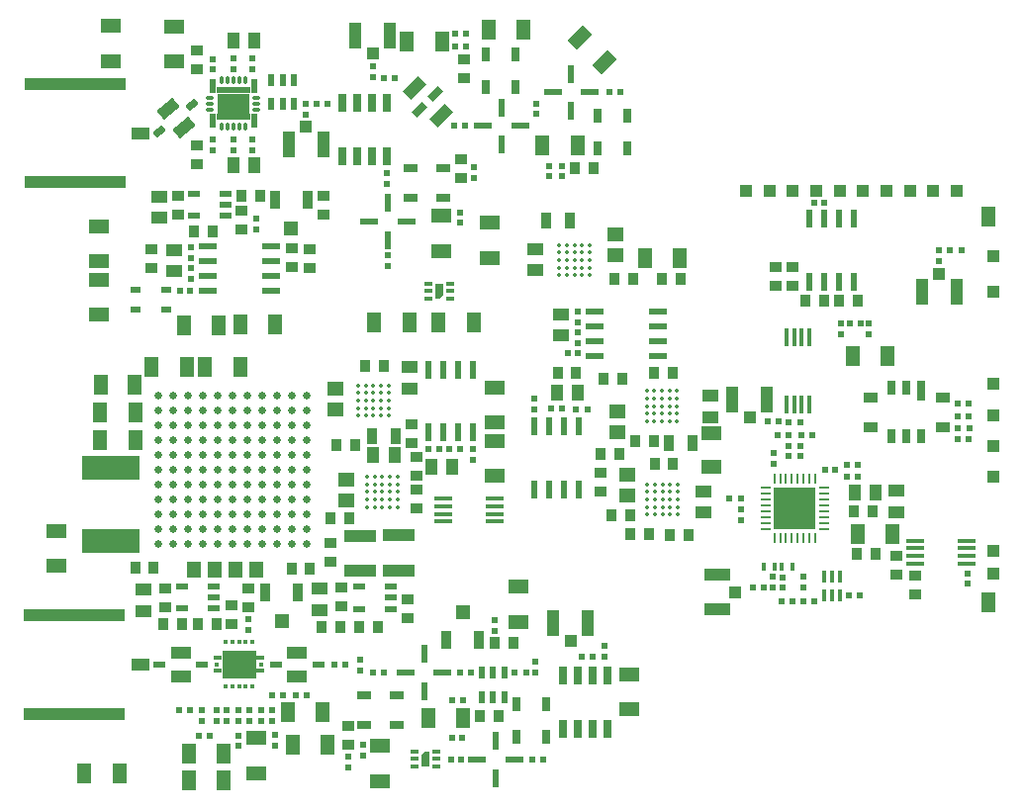
<source format=gtp>
G04*
G04 #@! TF.GenerationSoftware,Altium Limited,Altium Designer,19.0.15 (446)*
G04*
G04 Layer_Color=8421504*
%FSLAX25Y25*%
%MOIN*%
G70*
G01*
G75*
%ADD10R,0.03543X0.03937*%
%ADD11R,0.03937X0.03543*%
%ADD12R,0.02441X0.02284*%
%ADD13R,0.02284X0.02441*%
%ADD14R,0.03740X0.03937*%
%ADD15R,0.04528X0.05709*%
%ADD16R,0.02441X0.02441*%
%ADD17R,0.04134X0.05512*%
%ADD18R,0.03937X0.03937*%
%ADD19R,0.33858X0.04331*%
%ADD20R,0.05906X0.03937*%
%ADD21R,0.02402X0.06102*%
%ADD22R,0.06102X0.02402*%
%ADD23R,0.01417X0.02598*%
%ADD24O,0.00984X0.03347*%
%ADD25R,0.04528X0.07087*%
%ADD26R,0.07087X0.04528*%
G04:AMPARAMS|DCode=27|XSize=45.28mil|YSize=70.87mil|CornerRadius=0mil|HoleSize=0mil|Usage=FLASHONLY|Rotation=135.000|XOffset=0mil|YOffset=0mil|HoleType=Round|Shape=Rectangle|*
%AMROTATEDRECTD27*
4,1,4,0.04106,0.00905,-0.00905,-0.04106,-0.04106,-0.00905,0.00905,0.04106,0.04106,0.00905,0.0*
%
%ADD27ROTATEDRECTD27*%

%ADD28C,0.01378*%
%ADD29R,0.05709X0.04528*%
%ADD30R,0.04331X0.05709*%
%ADD31R,0.05709X0.04331*%
%ADD32R,0.11614X0.09386*%
%ADD33R,0.01181X0.01772*%
%ADD34R,0.02657X0.01181*%
%ADD35R,0.01772X0.01181*%
%ADD36R,0.04528X0.07087*%
%ADD37R,0.02441X0.02441*%
%ADD38R,0.02992X0.05000*%
G04:AMPARAMS|DCode=39|XSize=24.02mil|YSize=49.02mil|CornerRadius=0mil|HoleSize=0mil|Usage=FLASHONLY|Rotation=315.000|XOffset=0mil|YOffset=0mil|HoleType=Round|Shape=Rectangle|*
%AMROTATEDRECTD39*
4,1,4,-0.02582,-0.00884,0.00884,0.02582,0.02582,0.00884,-0.00884,-0.02582,-0.02582,-0.00884,0.0*
%
%ADD39ROTATEDRECTD39*%

G04:AMPARAMS|DCode=40|XSize=40.95mil|YSize=70.87mil|CornerRadius=0mil|HoleSize=0mil|Usage=FLASHONLY|Rotation=315.000|XOffset=0mil|YOffset=0mil|HoleType=Round|Shape=Rectangle|*
%AMROTATEDRECTD40*
4,1,4,-0.03953,-0.01058,0.01058,0.03953,0.03953,0.01058,-0.01058,-0.03953,-0.03953,-0.01058,0.0*
%
%ADD40ROTATEDRECTD40*%

%ADD41R,0.03937X0.03740*%
%ADD42R,0.11024X0.04331*%
%ADD43R,0.07087X0.04528*%
%ADD44R,0.05000X0.02992*%
%ADD45R,0.03740X0.05512*%
%ADD46R,0.05906X0.01772*%
%ADD47R,0.02362X0.06102*%
%ADD48O,0.03347X0.00984*%
%ADD49R,0.14370X0.14370*%
%ADD50C,0.02559*%
%ADD51R,0.19685X0.07874*%
%ADD52R,0.03543X0.01968*%
%ADD53R,0.02402X0.04213*%
%ADD54R,0.02992X0.05984*%
%ADD55R,0.01772X0.05906*%
%ADD56R,0.04331X0.02165*%
%ADD57R,0.01339X0.03937*%
%ADD58R,0.03150X0.01181*%
%ADD59R,0.02559X0.03740*%
%ADD60R,0.00591X0.00591*%
%ADD61R,0.01378X0.01181*%
%ADD62R,0.02114X0.04528*%
%ADD63R,0.11717X0.01870*%
%ADD64O,0.03150X0.01181*%
%ADD65O,0.01181X0.03150*%
%ADD66R,0.10630X0.06890*%
%ADD67R,0.05118X0.03740*%
%ADD68R,0.02953X0.05118*%
%ADD69R,0.02953X0.07087*%
%ADD70R,0.05118X0.05118*%
%ADD71R,0.03543X0.06299*%
%ADD72R,0.06890X0.03898*%
%ADD73R,0.03898X0.02402*%
%ADD74R,0.06102X0.02362*%
%ADD75R,0.04134X0.08661*%
%ADD76R,0.03937X0.04134*%
G04:AMPARAMS|DCode=77|XSize=68.9mil|YSize=38.98mil|CornerRadius=0mil|HoleSize=0mil|Usage=FLASHONLY|Rotation=40.000|XOffset=0mil|YOffset=0mil|HoleType=Round|Shape=Rectangle|*
%AMROTATEDRECTD77*
4,1,4,-0.01386,-0.03707,-0.03892,-0.00721,0.01386,0.03707,0.03892,0.00721,-0.01386,-0.03707,0.0*
%
%ADD77ROTATEDRECTD77*%

G04:AMPARAMS|DCode=78|XSize=38.98mil|YSize=24.02mil|CornerRadius=0mil|HoleSize=0mil|Usage=FLASHONLY|Rotation=40.000|XOffset=0mil|YOffset=0mil|HoleType=Round|Shape=Rectangle|*
%AMROTATEDRECTD78*
4,1,4,-0.00721,-0.02173,-0.02265,-0.00333,0.00721,0.02173,0.02265,0.00333,-0.00721,-0.02173,0.0*
%
%ADD78ROTATEDRECTD78*%

%ADD79R,0.08661X0.04134*%
%ADD80R,0.04134X0.03937*%
%ADD81R,0.03937X0.03937*%
%ADD82R,0.05512X0.04134*%
G36*
X137894Y14370D02*
X135335D01*
Y18110D01*
X136516Y19291D01*
X137894D01*
Y14370D01*
D02*
G37*
G36*
X142520Y173228D02*
X141339Y172047D01*
X139961D01*
Y176969D01*
X142520D01*
Y173228D01*
D02*
G37*
D10*
X106496Y122736D02*
D03*
X112795D02*
D03*
X122540Y149311D02*
D03*
X116241D02*
D03*
X161122Y31102D02*
D03*
X154823D02*
D03*
X181097Y147024D02*
D03*
X187396D02*
D03*
X218898Y92334D02*
D03*
X225197D02*
D03*
X220079Y116425D02*
D03*
X213779D02*
D03*
X205750Y92618D02*
D03*
X212049D02*
D03*
X199193Y98819D02*
D03*
X205492D02*
D03*
X111024Y98032D02*
D03*
X104724D02*
D03*
X193110Y215945D02*
D03*
X186811D02*
D03*
X206693Y178543D02*
D03*
X200394D02*
D03*
X219965Y147047D02*
D03*
X213666D02*
D03*
X264567Y171260D02*
D03*
X270866D02*
D03*
X282283D02*
D03*
X275984D02*
D03*
X207283Y124016D02*
D03*
X213583D02*
D03*
X195669Y119685D02*
D03*
X201969D02*
D03*
X80807Y206496D02*
D03*
X74508D02*
D03*
X107944Y61140D02*
D03*
X101645D02*
D03*
X120509D02*
D03*
X114210D02*
D03*
X166339Y55807D02*
D03*
X160039D02*
D03*
X196725Y144980D02*
D03*
X203024D02*
D03*
X66131Y62205D02*
D03*
X59832D02*
D03*
X288296Y85913D02*
D03*
X281996D02*
D03*
X281022Y100337D02*
D03*
X287321D02*
D03*
D11*
X131988Y129626D02*
D03*
Y123327D02*
D03*
X76870Y67913D02*
D03*
Y74213D02*
D03*
X133688Y101279D02*
D03*
Y107579D02*
D03*
X133661Y112259D02*
D03*
Y118559D02*
D03*
X110630Y27854D02*
D03*
Y21555D02*
D03*
X195571Y113189D02*
D03*
Y106890D02*
D03*
X44193Y182382D02*
D03*
Y188681D02*
D03*
X301573Y78458D02*
D03*
Y72159D02*
D03*
X295360Y78922D02*
D03*
Y85221D02*
D03*
X91528Y182496D02*
D03*
Y188795D02*
D03*
X48917Y68012D02*
D03*
Y74311D02*
D03*
X148622Y218898D02*
D03*
Y212598D02*
D03*
X260182Y176279D02*
D03*
Y182579D02*
D03*
X254528Y182579D02*
D03*
Y176279D02*
D03*
X102165Y206594D02*
D03*
Y200295D02*
D03*
X53150Y200394D02*
D03*
Y206693D02*
D03*
X149442Y246337D02*
D03*
Y252636D02*
D03*
X59547Y255610D02*
D03*
Y249311D02*
D03*
X59571Y217351D02*
D03*
Y223650D02*
D03*
D12*
X242815Y97264D02*
D03*
Y100965D02*
D03*
X71949Y253031D02*
D03*
Y249331D02*
D03*
X71816Y221772D02*
D03*
Y225472D02*
D03*
X159941Y59961D02*
D03*
Y63661D02*
D03*
X57469Y182260D02*
D03*
Y178559D02*
D03*
X187992Y163898D02*
D03*
Y167598D02*
D03*
Y156929D02*
D03*
Y160630D02*
D03*
X57469Y185646D02*
D03*
Y189346D02*
D03*
X114567Y46575D02*
D03*
Y50276D02*
D03*
X76772Y60256D02*
D03*
Y63957D02*
D03*
X173622Y49488D02*
D03*
Y45787D02*
D03*
X85020Y29531D02*
D03*
Y33232D02*
D03*
X77348Y29531D02*
D03*
Y33232D02*
D03*
X81184Y29531D02*
D03*
Y33232D02*
D03*
X69676Y29531D02*
D03*
Y33232D02*
D03*
X73512Y29531D02*
D03*
Y33232D02*
D03*
X66394Y29531D02*
D03*
Y33232D02*
D03*
X61211Y29531D02*
D03*
Y33232D02*
D03*
X79626Y199094D02*
D03*
Y195394D02*
D03*
X196949Y51398D02*
D03*
Y55098D02*
D03*
X309744Y184665D02*
D03*
Y188366D02*
D03*
X118799Y250197D02*
D03*
Y246496D02*
D03*
X96382Y233808D02*
D03*
Y237509D02*
D03*
X286002Y159871D02*
D03*
Y163572D02*
D03*
X276488Y159915D02*
D03*
Y163615D02*
D03*
D13*
X239094Y104528D02*
D03*
X242795D02*
D03*
X144606Y121161D02*
D03*
X148307D02*
D03*
X187416Y134664D02*
D03*
X191116D02*
D03*
X179055Y134780D02*
D03*
X182756D02*
D03*
X141220Y121161D02*
D03*
X137520D02*
D03*
X251881Y130500D02*
D03*
X255582D02*
D03*
X259035Y125984D02*
D03*
X255335D02*
D03*
X250571Y74606D02*
D03*
X246870D02*
D03*
X263209Y125984D02*
D03*
X266910D02*
D03*
X170453Y45866D02*
D03*
X166752D02*
D03*
X88760Y38386D02*
D03*
X85059D02*
D03*
X189291Y51378D02*
D03*
X192992D02*
D03*
X105827Y48622D02*
D03*
X109528D02*
D03*
X313405Y188386D02*
D03*
X317106D02*
D03*
X122518Y246346D02*
D03*
X126219D02*
D03*
X99847Y237509D02*
D03*
X103548D02*
D03*
X263898Y70079D02*
D03*
X267598D02*
D03*
X256614D02*
D03*
X260315D02*
D03*
X282951Y71963D02*
D03*
X279251D02*
D03*
X262776Y130413D02*
D03*
X259075D02*
D03*
X279461Y163572D02*
D03*
X283162D02*
D03*
X316094Y128141D02*
D03*
X319795D02*
D03*
X319716Y124499D02*
D03*
X316015D02*
D03*
D14*
X38780Y81398D02*
D03*
X45079D02*
D03*
X97736Y80905D02*
D03*
X91437D02*
D03*
X216240Y178642D02*
D03*
X222539D02*
D03*
X48219Y62205D02*
D03*
X54518D02*
D03*
X64764Y194685D02*
D03*
X58465D02*
D03*
D15*
X79528Y80709D02*
D03*
X72441D02*
D03*
X58661D02*
D03*
X65748D02*
D03*
D16*
X257087Y78051D02*
D03*
Y74508D02*
D03*
X78347Y221949D02*
D03*
Y225492D02*
D03*
X78248Y252854D02*
D03*
Y249311D02*
D03*
X65059Y222047D02*
D03*
Y225590D02*
D03*
Y252756D02*
D03*
Y249213D02*
D03*
X173996Y234154D02*
D03*
Y237697D02*
D03*
X123721Y210630D02*
D03*
Y214173D02*
D03*
X110635Y14075D02*
D03*
Y17618D02*
D03*
X115453Y17913D02*
D03*
Y21457D02*
D03*
X152461Y117717D02*
D03*
Y121260D02*
D03*
X319097Y75845D02*
D03*
Y79388D02*
D03*
X173223Y134622D02*
D03*
Y138165D02*
D03*
X253642Y74606D02*
D03*
X263878D02*
D03*
X258957Y118799D02*
D03*
Y122343D02*
D03*
X253642Y78150D02*
D03*
X263878D02*
D03*
X253955Y116425D02*
D03*
Y119968D02*
D03*
X263090Y118799D02*
D03*
Y122343D02*
D03*
X178417Y213170D02*
D03*
Y216713D02*
D03*
X182480Y213189D02*
D03*
Y216732D02*
D03*
X153051Y216142D02*
D03*
Y212598D02*
D03*
X148302Y197441D02*
D03*
Y200984D02*
D03*
X86024Y21358D02*
D03*
Y24902D02*
D03*
X73517Y21220D02*
D03*
Y24764D02*
D03*
X123951Y183071D02*
D03*
Y186614D02*
D03*
D17*
X71850Y216831D02*
D03*
X78937D02*
D03*
X71879Y259031D02*
D03*
X78965D02*
D03*
X281205Y106662D02*
D03*
X288292D02*
D03*
D18*
X328000Y186221D02*
D03*
Y132693D02*
D03*
Y122152D02*
D03*
Y174409D02*
D03*
Y111824D02*
D03*
Y87028D02*
D03*
Y143104D02*
D03*
Y79134D02*
D03*
D19*
X18406Y65158D02*
D03*
Y32087D02*
D03*
X18504Y244291D02*
D03*
Y211221D02*
D03*
D20*
X40650Y48622D02*
D03*
X40748Y227756D02*
D03*
D21*
X162205Y236417D02*
D03*
Y223937D02*
D03*
X160197Y22874D02*
D03*
Y10394D02*
D03*
X136122Y39626D02*
D03*
Y52106D02*
D03*
X185759Y247744D02*
D03*
Y235263D02*
D03*
X123920Y204119D02*
D03*
Y191638D02*
D03*
D22*
X168445Y230177D02*
D03*
X155965D02*
D03*
X166437Y16634D02*
D03*
X153957D02*
D03*
X129882Y45866D02*
D03*
X142362D02*
D03*
X191999Y241504D02*
D03*
X179519D02*
D03*
X117680Y197878D02*
D03*
X130160D02*
D03*
D23*
X254251Y81608D02*
D03*
X256436Y81608D02*
D03*
X250432Y81608D02*
D03*
X260255Y81608D02*
D03*
D24*
X258091Y91326D02*
D03*
X260059D02*
D03*
X262028Y111208D02*
D03*
X260059D02*
D03*
X254154Y91326D02*
D03*
X256122D02*
D03*
X262028D02*
D03*
X263996D02*
D03*
X265965D02*
D03*
X267933D02*
D03*
Y111208D02*
D03*
X265965D02*
D03*
X263996D02*
D03*
X258091D02*
D03*
X256122D02*
D03*
X254154D02*
D03*
D25*
X280512Y152559D02*
D03*
X292323D02*
D03*
X142126Y258563D02*
D03*
X130315D02*
D03*
X66929Y163091D02*
D03*
X55118D02*
D03*
X119291Y163976D02*
D03*
X131102D02*
D03*
X56890Y9646D02*
D03*
X68701D02*
D03*
X33563Y11909D02*
D03*
X21752D02*
D03*
X103642Y21752D02*
D03*
X91831D02*
D03*
X85925Y163189D02*
D03*
X74114D02*
D03*
X152854Y163976D02*
D03*
X141043D02*
D03*
X326181Y199508D02*
D03*
X222100Y185433D02*
D03*
X210682D02*
D03*
X27165Y143012D02*
D03*
X38583D02*
D03*
X102067Y32579D02*
D03*
X90256D02*
D03*
X56890Y18701D02*
D03*
X68701D02*
D03*
X326181Y69587D02*
D03*
X282214Y92483D02*
D03*
X294025D02*
D03*
D26*
X158268Y185674D02*
D03*
Y197485D02*
D03*
X167815Y62992D02*
D03*
Y74803D02*
D03*
X159961Y112205D02*
D03*
Y124016D02*
D03*
X12303Y81890D02*
D03*
Y93701D02*
D03*
X26575Y178347D02*
D03*
Y166535D02*
D03*
X51772Y251772D02*
D03*
Y263583D02*
D03*
X30512Y252067D02*
D03*
Y263878D02*
D03*
X159941Y130217D02*
D03*
Y142028D02*
D03*
X233071Y115157D02*
D03*
Y126575D02*
D03*
X205413Y33563D02*
D03*
Y45374D02*
D03*
X26476Y184449D02*
D03*
Y196260D02*
D03*
X79528Y12008D02*
D03*
Y23819D02*
D03*
D27*
X196991Y251631D02*
D03*
X188639Y259983D02*
D03*
D28*
X116929Y101673D02*
D03*
Y104232D02*
D03*
Y106791D02*
D03*
Y109350D02*
D03*
Y111909D02*
D03*
X119488Y101673D02*
D03*
Y104232D02*
D03*
Y106791D02*
D03*
Y109350D02*
D03*
Y111909D02*
D03*
X122047Y101673D02*
D03*
Y104232D02*
D03*
Y106791D02*
D03*
Y109350D02*
D03*
Y111909D02*
D03*
X124606Y101673D02*
D03*
Y104232D02*
D03*
Y106791D02*
D03*
Y109350D02*
D03*
Y111909D02*
D03*
X127165Y101673D02*
D03*
Y104232D02*
D03*
Y106791D02*
D03*
Y109350D02*
D03*
Y111909D02*
D03*
X113878Y132492D02*
D03*
Y135051D02*
D03*
Y137610D02*
D03*
Y140169D02*
D03*
Y142728D02*
D03*
X116437Y132492D02*
D03*
Y135051D02*
D03*
Y137610D02*
D03*
Y140169D02*
D03*
Y142728D02*
D03*
X118996Y132492D02*
D03*
Y135051D02*
D03*
Y137610D02*
D03*
Y140169D02*
D03*
Y142728D02*
D03*
X121555Y132492D02*
D03*
Y135051D02*
D03*
Y137610D02*
D03*
Y140169D02*
D03*
Y142728D02*
D03*
X124114Y132492D02*
D03*
Y135051D02*
D03*
Y137610D02*
D03*
Y140169D02*
D03*
Y142728D02*
D03*
X221548Y109408D02*
D03*
Y106849D02*
D03*
Y104290D02*
D03*
Y101731D02*
D03*
Y99172D02*
D03*
X218989Y109408D02*
D03*
Y106849D02*
D03*
Y104290D02*
D03*
Y101731D02*
D03*
Y99172D02*
D03*
X216430Y109408D02*
D03*
Y106849D02*
D03*
Y104290D02*
D03*
Y101731D02*
D03*
Y99172D02*
D03*
X213871Y109408D02*
D03*
Y106849D02*
D03*
Y104290D02*
D03*
Y101731D02*
D03*
Y99172D02*
D03*
X211312Y109408D02*
D03*
Y106849D02*
D03*
Y104290D02*
D03*
Y101731D02*
D03*
Y99172D02*
D03*
X191938Y190052D02*
D03*
Y187493D02*
D03*
Y184934D02*
D03*
Y182375D02*
D03*
Y179816D02*
D03*
X189379Y190052D02*
D03*
Y187493D02*
D03*
Y184934D02*
D03*
Y182375D02*
D03*
Y179816D02*
D03*
X186820Y190052D02*
D03*
Y187493D02*
D03*
Y184934D02*
D03*
Y182375D02*
D03*
Y179816D02*
D03*
X184261Y190052D02*
D03*
Y187493D02*
D03*
Y184934D02*
D03*
Y182375D02*
D03*
Y179816D02*
D03*
X181702Y190052D02*
D03*
Y187493D02*
D03*
Y184934D02*
D03*
Y182375D02*
D03*
Y179816D02*
D03*
X211116Y130629D02*
D03*
Y133188D02*
D03*
Y135747D02*
D03*
Y138306D02*
D03*
Y140865D02*
D03*
X213675Y130629D02*
D03*
Y133188D02*
D03*
Y135747D02*
D03*
Y138306D02*
D03*
Y140865D02*
D03*
X216234Y130629D02*
D03*
Y133188D02*
D03*
Y135747D02*
D03*
Y138306D02*
D03*
Y140865D02*
D03*
X218794Y130629D02*
D03*
Y133188D02*
D03*
Y135747D02*
D03*
Y138306D02*
D03*
Y140865D02*
D03*
X221353Y130629D02*
D03*
Y133188D02*
D03*
Y135747D02*
D03*
Y138306D02*
D03*
Y140865D02*
D03*
D29*
X109930Y103821D02*
D03*
Y110907D02*
D03*
X106201Y141709D02*
D03*
Y134622D02*
D03*
X204429Y105610D02*
D03*
Y112697D02*
D03*
X200570Y193595D02*
D03*
Y186509D02*
D03*
X201234Y126969D02*
D03*
Y134055D02*
D03*
D30*
X126181Y119193D02*
D03*
X119095D02*
D03*
X138583Y115354D02*
D03*
X145669D02*
D03*
X181004Y140354D02*
D03*
X188091D02*
D03*
D31*
X131102Y148819D02*
D03*
Y141732D02*
D03*
X173622Y188583D02*
D03*
Y181496D02*
D03*
X182283Y159449D02*
D03*
Y166535D02*
D03*
X51863Y181197D02*
D03*
Y188283D02*
D03*
X41634Y73819D02*
D03*
Y66732D02*
D03*
X230406Y106947D02*
D03*
Y99861D02*
D03*
X232434Y139173D02*
D03*
Y132087D02*
D03*
X46949Y206299D02*
D03*
Y199213D02*
D03*
X100984Y74114D02*
D03*
Y67028D02*
D03*
D32*
X73812Y48728D02*
D03*
D33*
X78269Y56306D02*
D03*
X76040D02*
D03*
X73812D02*
D03*
X71584D02*
D03*
X69355D02*
D03*
Y41149D02*
D03*
X71584D02*
D03*
X73812D02*
D03*
X76040D02*
D03*
X78269D02*
D03*
D34*
X80948Y50794D02*
D03*
Y46661D02*
D03*
X66676Y50794D02*
D03*
Y46661D02*
D03*
D35*
X81391Y48728D02*
D03*
X66233D02*
D03*
D36*
X137500Y30492D02*
D03*
X149311D02*
D03*
X44390Y148917D02*
D03*
X56201D02*
D03*
X38878Y133599D02*
D03*
X27067D02*
D03*
X62402Y148917D02*
D03*
X74213D02*
D03*
X38878Y124311D02*
D03*
X27067D02*
D03*
X175984Y223721D02*
D03*
X187795D02*
D03*
X169685Y262594D02*
D03*
X157874D02*
D03*
D37*
X145473Y23819D02*
D03*
X149016D02*
D03*
X145669Y36516D02*
D03*
X149213D02*
D03*
X172736Y16634D02*
D03*
X176279D02*
D03*
X145177Y16732D02*
D03*
X148721D02*
D03*
X198622Y241504D02*
D03*
X202165D02*
D03*
X122441Y45866D02*
D03*
X118898D02*
D03*
X151870D02*
D03*
X148327D02*
D03*
X187992Y153543D02*
D03*
X184449D02*
D03*
X57356Y174494D02*
D03*
X53813D02*
D03*
X315989Y136476D02*
D03*
X319533D02*
D03*
X315991Y132395D02*
D03*
X319535D02*
D03*
X271121Y114161D02*
D03*
X274664D02*
D03*
X278670Y115836D02*
D03*
X282214D02*
D03*
X278670Y111875D02*
D03*
X282214D02*
D03*
X271063Y204134D02*
D03*
X267520D02*
D03*
X96555Y38386D02*
D03*
X93012D02*
D03*
X53642Y33169D02*
D03*
X57185D02*
D03*
X60328Y24606D02*
D03*
X63871D02*
D03*
X146260Y230217D02*
D03*
X149803D02*
D03*
X146686Y261297D02*
D03*
X150229D02*
D03*
X146686Y256967D02*
D03*
X150229D02*
D03*
D38*
X167244Y35311D02*
D03*
Y24327D02*
D03*
X177244Y35319D02*
D03*
Y24335D02*
D03*
X204508Y222661D02*
D03*
Y233646D02*
D03*
X194508Y222654D02*
D03*
Y233638D02*
D03*
X156867Y254257D02*
D03*
Y243272D02*
D03*
X166867Y254264D02*
D03*
Y243280D02*
D03*
D39*
X134721Y235705D02*
D03*
X139885Y240869D02*
D03*
D40*
X141827Y233764D02*
D03*
X132780Y242811D02*
D03*
D41*
X104429Y89567D02*
D03*
Y83268D02*
D03*
X97532Y188677D02*
D03*
Y182378D02*
D03*
X74606Y195374D02*
D03*
Y201673D02*
D03*
X108169Y74508D02*
D03*
Y68209D02*
D03*
X130709Y64173D02*
D03*
Y70473D02*
D03*
X71161Y68504D02*
D03*
Y62205D02*
D03*
D42*
X114472Y92028D02*
D03*
Y80216D02*
D03*
X127657Y92126D02*
D03*
Y80315D02*
D03*
D43*
X121161Y9350D02*
D03*
Y21161D02*
D03*
X141827Y187989D02*
D03*
Y199800D02*
D03*
D44*
X115953Y28287D02*
D03*
X126937D02*
D03*
X115945Y38287D02*
D03*
X126929D02*
D03*
X142703Y215969D02*
D03*
X131719D02*
D03*
X142711Y205969D02*
D03*
X131727D02*
D03*
D45*
X126575Y125689D02*
D03*
X118701D02*
D03*
X218655Y123327D02*
D03*
X226529D02*
D03*
X177264Y198425D02*
D03*
X185138D02*
D03*
D46*
X142717Y96850D02*
D03*
Y99410D02*
D03*
Y101969D02*
D03*
Y104528D02*
D03*
X160039D02*
D03*
Y101969D02*
D03*
Y99410D02*
D03*
Y96850D02*
D03*
X319053Y82675D02*
D03*
Y85234D02*
D03*
Y87793D02*
D03*
Y90352D02*
D03*
X301730D02*
D03*
Y87793D02*
D03*
Y85234D02*
D03*
Y82675D02*
D03*
D47*
X137480Y126772D02*
D03*
X142480D02*
D03*
X147480D02*
D03*
X152480D02*
D03*
X137480Y148031D02*
D03*
X142480D02*
D03*
X147480D02*
D03*
X152480D02*
D03*
X173203Y107713D02*
D03*
X178203D02*
D03*
X183203D02*
D03*
X188203D02*
D03*
X173203Y128972D02*
D03*
X178203D02*
D03*
X183203D02*
D03*
X188203D02*
D03*
X280925Y198917D02*
D03*
X275925D02*
D03*
X270925D02*
D03*
X265925D02*
D03*
X280925Y177657D02*
D03*
X275925D02*
D03*
X270925D02*
D03*
X265925D02*
D03*
D48*
X251102Y108157D02*
D03*
Y106189D02*
D03*
Y104220D02*
D03*
Y102252D02*
D03*
Y100283D02*
D03*
Y98315D02*
D03*
Y96346D02*
D03*
Y94378D02*
D03*
X270984D02*
D03*
Y96346D02*
D03*
Y98315D02*
D03*
Y100283D02*
D03*
Y102252D02*
D03*
Y104220D02*
D03*
Y106189D02*
D03*
Y108157D02*
D03*
D49*
X261043Y101267D02*
D03*
D50*
X96476Y89291D02*
D03*
X91476D02*
D03*
X86476D02*
D03*
X81476D02*
D03*
X76476D02*
D03*
X71476D02*
D03*
X66476D02*
D03*
X61476D02*
D03*
X56476D02*
D03*
X51476D02*
D03*
X46476D02*
D03*
X96476Y94291D02*
D03*
X91476D02*
D03*
X86476D02*
D03*
X81476D02*
D03*
X76476D02*
D03*
X71476D02*
D03*
X66476D02*
D03*
X61476D02*
D03*
X56476D02*
D03*
X51476D02*
D03*
X46476D02*
D03*
X96476Y99291D02*
D03*
X91476D02*
D03*
X86476D02*
D03*
X81476D02*
D03*
X76476D02*
D03*
X71476D02*
D03*
X66476D02*
D03*
X61476D02*
D03*
X56476D02*
D03*
X51476D02*
D03*
X46476D02*
D03*
X96476Y104291D02*
D03*
X91476D02*
D03*
X86476D02*
D03*
X81476D02*
D03*
X76476D02*
D03*
X71476D02*
D03*
X66476D02*
D03*
X61476D02*
D03*
X56476D02*
D03*
X51476D02*
D03*
X46476D02*
D03*
X96476Y109291D02*
D03*
X91476D02*
D03*
X86476D02*
D03*
X81476D02*
D03*
X76476D02*
D03*
X71476D02*
D03*
X66476D02*
D03*
X61476D02*
D03*
X56476D02*
D03*
X51476D02*
D03*
X46476D02*
D03*
X96476Y114291D02*
D03*
X91476D02*
D03*
X86476D02*
D03*
X81476D02*
D03*
X76476D02*
D03*
X71476D02*
D03*
X66476D02*
D03*
X61476D02*
D03*
X56476D02*
D03*
X51476D02*
D03*
X46476D02*
D03*
X96476Y119291D02*
D03*
X91476D02*
D03*
X86476D02*
D03*
X81476D02*
D03*
X76476D02*
D03*
X71476D02*
D03*
X66476D02*
D03*
X61476D02*
D03*
X56476D02*
D03*
X51476D02*
D03*
X46476D02*
D03*
X96476Y124291D02*
D03*
X91476D02*
D03*
X86476D02*
D03*
X81476D02*
D03*
X76476D02*
D03*
X71476D02*
D03*
X66476D02*
D03*
X61476D02*
D03*
X56476D02*
D03*
X51476D02*
D03*
X46476D02*
D03*
X96476Y129291D02*
D03*
X91476D02*
D03*
X86476D02*
D03*
X81476D02*
D03*
X76476D02*
D03*
X71476D02*
D03*
X66476D02*
D03*
X61476D02*
D03*
X56476D02*
D03*
X51476D02*
D03*
X46476D02*
D03*
X96476Y134291D02*
D03*
X91476D02*
D03*
X86476D02*
D03*
X81476D02*
D03*
X76476D02*
D03*
X71476D02*
D03*
X66476D02*
D03*
X61476D02*
D03*
X56476D02*
D03*
X51476D02*
D03*
X46476D02*
D03*
X96476Y139291D02*
D03*
X91476D02*
D03*
X86476D02*
D03*
X81476D02*
D03*
X76476D02*
D03*
X71476D02*
D03*
X66476D02*
D03*
X61476D02*
D03*
X56476D02*
D03*
X51476D02*
D03*
X46476D02*
D03*
D51*
X30708Y114961D02*
D03*
Y90158D02*
D03*
D52*
X49114Y168209D02*
D03*
X38878D02*
D03*
X49114Y175061D02*
D03*
X38878D02*
D03*
D53*
X84611Y245698D02*
D03*
X88508D02*
D03*
X92406D02*
D03*
Y237627D02*
D03*
X88508D02*
D03*
X84611D02*
D03*
X163248Y45768D02*
D03*
X159350D02*
D03*
X155453D02*
D03*
Y37697D02*
D03*
X159350D02*
D03*
X163248D02*
D03*
D54*
X113567Y220048D02*
D03*
X108568D02*
D03*
Y237882D02*
D03*
X113567D02*
D03*
X118568D02*
D03*
X123567D02*
D03*
X118568Y220048D02*
D03*
X123567D02*
D03*
X197992Y27067D02*
D03*
X192992D02*
D03*
X197992Y44902D02*
D03*
X192992D02*
D03*
X187992D02*
D03*
X182992D02*
D03*
Y27067D02*
D03*
X187992D02*
D03*
D55*
X258268Y136221D02*
D03*
X260827D02*
D03*
X263386D02*
D03*
X265945D02*
D03*
Y159055D02*
D03*
X263386D02*
D03*
X260827D02*
D03*
X258268D02*
D03*
D56*
X124902Y67421D02*
D03*
Y71161D02*
D03*
Y74902D02*
D03*
X114272D02*
D03*
Y67421D02*
D03*
X58563Y199902D02*
D03*
Y207382D02*
D03*
X69193D02*
D03*
Y203642D02*
D03*
Y199902D02*
D03*
X54528Y67520D02*
D03*
Y75000D02*
D03*
X65158D02*
D03*
Y71260D02*
D03*
Y67520D02*
D03*
D57*
X270963Y78262D02*
D03*
X273562D02*
D03*
X270963Y71963D02*
D03*
X273562D02*
D03*
X276160D02*
D03*
Y78262D02*
D03*
D58*
X140354Y19390D02*
D03*
Y16831D02*
D03*
Y14272D02*
D03*
X132874D02*
D03*
Y16831D02*
D03*
Y19390D02*
D03*
X144980Y171949D02*
D03*
Y174508D02*
D03*
Y177067D02*
D03*
X137500D02*
D03*
Y174508D02*
D03*
Y171949D02*
D03*
D59*
X136614Y16240D02*
D03*
X141240Y175098D02*
D03*
D60*
X136221Y18406D02*
D03*
X141634Y172933D02*
D03*
D61*
X137205Y18701D02*
D03*
X140650Y172638D02*
D03*
D62*
X64959Y232017D02*
D03*
X78790D02*
D03*
Y243434D02*
D03*
X64959D02*
D03*
D63*
X71875Y233345D02*
D03*
Y242105D02*
D03*
D64*
X64001Y239694D02*
D03*
Y237725D02*
D03*
Y235757D02*
D03*
X79749Y235757D02*
D03*
Y237725D02*
D03*
Y239694D02*
D03*
D65*
X67938Y229851D02*
D03*
X69906D02*
D03*
X71875D02*
D03*
X73843D02*
D03*
X75812D02*
D03*
Y245599D02*
D03*
X73843D02*
D03*
X71875D02*
D03*
X69906D02*
D03*
X67938D02*
D03*
D66*
X71875Y237725D02*
D03*
D67*
X286601Y128602D02*
D03*
Y138602D02*
D03*
X310814D02*
D03*
Y128602D02*
D03*
D68*
X303708Y125433D02*
D03*
X298708D02*
D03*
X293708D02*
D03*
Y141771D02*
D03*
X298708D02*
D03*
D69*
X303708Y140787D02*
D03*
D70*
X149213Y66358D02*
D03*
X91339Y195709D02*
D03*
X88189Y63327D02*
D03*
D71*
X154724Y56791D02*
D03*
X143701D02*
D03*
X96850Y205276D02*
D03*
X85827D02*
D03*
X93701Y72894D02*
D03*
X82677D02*
D03*
D72*
X54127Y52625D02*
D03*
Y44633D02*
D03*
X93405Y52625D02*
D03*
Y44633D02*
D03*
D73*
X46981Y48629D02*
D03*
X61273D02*
D03*
X86260D02*
D03*
X100551D02*
D03*
D74*
X63223Y189494D02*
D03*
Y184494D02*
D03*
Y179493D02*
D03*
Y174494D02*
D03*
X84483Y189494D02*
D03*
Y184494D02*
D03*
Y179493D02*
D03*
Y174494D02*
D03*
X214961Y152736D02*
D03*
Y157736D02*
D03*
Y162736D02*
D03*
Y167736D02*
D03*
X193701Y152736D02*
D03*
Y157736D02*
D03*
Y162736D02*
D03*
Y167736D02*
D03*
D75*
X239961Y137795D02*
D03*
X251575D02*
D03*
X179724Y62500D02*
D03*
X191339D02*
D03*
X315551Y174213D02*
D03*
X303937D02*
D03*
X112992Y260647D02*
D03*
X124606D02*
D03*
X102190Y223847D02*
D03*
X90575D02*
D03*
D76*
X245768Y131791D02*
D03*
X185531Y56496D02*
D03*
X309744Y180217D02*
D03*
X118799Y254643D02*
D03*
X96382Y229851D02*
D03*
D77*
X55128Y229714D02*
D03*
X49991Y235837D02*
D03*
D78*
X58033Y237369D02*
D03*
X47085Y228183D02*
D03*
D79*
X235071Y67168D02*
D03*
Y78782D02*
D03*
D80*
X241075Y72975D02*
D03*
D81*
X276142Y208158D02*
D03*
X252520D02*
D03*
X260394D02*
D03*
X268268D02*
D03*
X244646D02*
D03*
X284016D02*
D03*
X315512D02*
D03*
X291890D02*
D03*
X299764D02*
D03*
X307638D02*
D03*
D82*
X295304Y100017D02*
D03*
Y107103D02*
D03*
M02*

</source>
